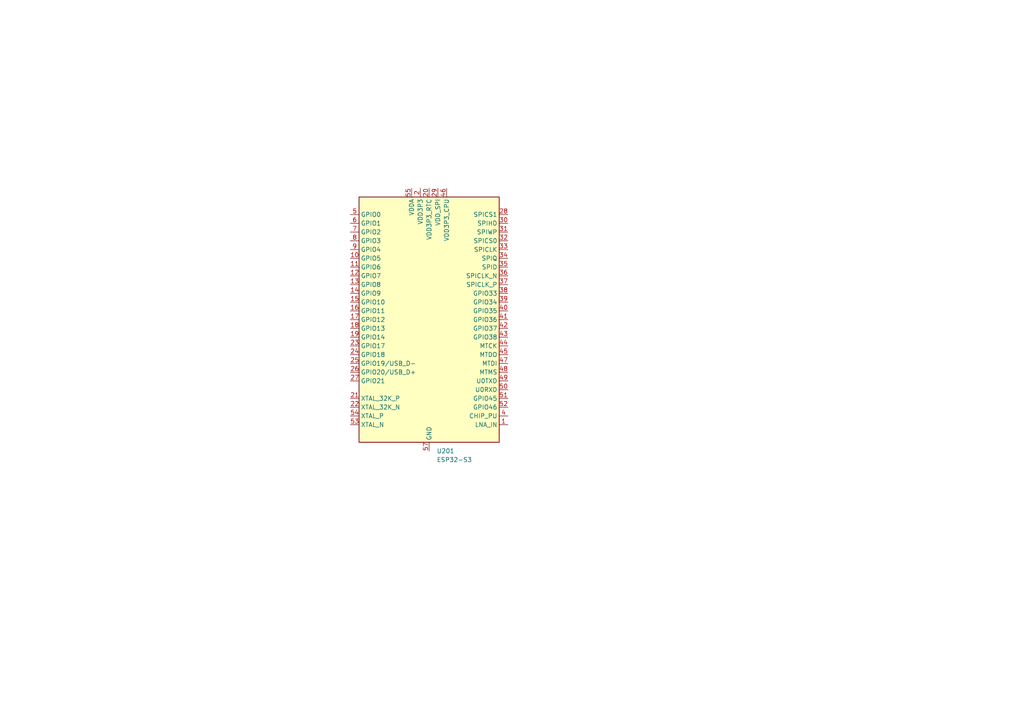
<source format=kicad_sch>
(kicad_sch (version 20231120) (generator "eeschema") (generator_version "8.0")
  (paper "A4")
  (lib_symbols
    (symbol "MCU_Espressif:ESP32-S3"
      (property "Reference" "U" (at 10.16 -38.1 0))
      (property "Value" "ESP32-S3" (at 13.97 -40.64 0))
      (symbol "ESP32-S3_0_1"
        (rectangle (start -20.32 35.56) (end 20.32 -35.56) (stroke (width 0.254)) (fill (type background)))
      )
      (symbol "ESP32-S3_1_0"
        (pin bidirectional line (at 22.86 12.7 180) (length 2.54) (name "SPICLK_N") (number "36"))
        (pin bidirectional line (at 22.86 -10.16 180) (length 2.54) (name "MTDO") (number "45"))
        (pin bidirectional line (at 22.86 -22.86 180) (length 2.54) (name "GPIO45") (number "51"))
        (pin passive line (at -5.08 38.1 270) (length 2.54) hide (name "VDDA") (number "56"))
      )
      (symbol "ESP32-S3_1_1"
        (pin bidirectional line (at 22.86 -30.48 180) (length 2.54) (name "LNA_IN") (number "1"))
        (pin bidirectional line (at -22.86 17.78 0) (length 2.54) (name "GPIO5") (number "10"))
        (pin bidirectional line (at -22.86 15.24 0) (length 2.54) (name "GPIO6") (number "11"))
        (pin bidirectional line (at -22.86 12.7 0) (length 2.54) (name "GPIO7") (number "12"))
        (pin bidirectional line (at -22.86 10.16 0) (length 2.54) (name "GPIO8") (number "13"))
        (pin bidirectional line (at -22.86 7.62 0) (length 2.54) (name "GPIO9") (number "14"))
        (pin bidirectional line (at -22.86 5.08 0) (length 2.54) (name "GPIO10") (number "15"))
        (pin bidirectional line (at -22.86 2.54 0) (length 2.54) (name "GPIO11") (number "16"))
        (pin bidirectional line (at -22.86 0 0) (length 2.54) (name "GPIO12") (number "17"))
        (pin bidirectional line (at -22.86 -2.54 0) (length 2.54) (name "GPIO13") (number "18"))
        (pin bidirectional line (at -22.86 -5.08 0) (length 2.54) (name "GPIO14") (number "19"))
        (pin power_in line (at -2.54 38.1 270) (length 2.54) (name "VDD3P3") (number "2"))
        (pin power_in line (at 0 38.1 270) (length 2.54) (name "VDD3P3_RTC") (number "20"))
        (pin passive line (at -22.86 -22.86 0) (length 2.54) (name "XTAL_32K_P") (number "21"))
        (pin passive line (at -22.86 -25.4 0) (length 2.54) (name "XTAL_32K_N") (number "22"))
        (pin bidirectional line (at -22.86 -7.62 0) (length 2.54) (name "GPIO17") (number "23"))
        (pin bidirectional line (at -22.86 -10.16 0) (length 2.54) (name "GPIO18") (number "24"))
        (pin bidirectional line (at -22.86 -12.7 0) (length 2.54) (name "GPIO19/USB_D-") (number "25"))
        (pin bidirectional line (at -22.86 -15.24 0) (length 2.54) (name "GPIO20/USB_D+") (number "26"))
        (pin bidirectional line (at -22.86 -17.78 0) (length 2.54) (name "GPIO21") (number "27"))
        (pin bidirectional line (at 22.86 30.48 180) (length 2.54) (name "SPICS1") (number "28"))
        (pin power_in line (at 2.54 38.1 270) (length 2.54) (name "VDD_SPI") (number "29"))
        (pin passive line (at -2.54 38.1 270) (length 2.54) hide (name "VDD3P3") (number "3"))
        (pin bidirectional line (at 22.86 27.94 180) (length 2.54) (name "SPIHD") (number "30"))
        (pin bidirectional line (at 22.86 25.4 180) (length 2.54) (name "SPIWP") (number "31"))
        (pin bidirectional line (at 22.86 22.86 180) (length 2.54) (name "SPICS0") (number "32"))
        (pin bidirectional line (at 22.86 20.32 180) (length 2.54) (name "SPICLK") (number "33"))
        (pin bidirectional line (at 22.86 17.78 180) (length 2.54) (name "SPIQ") (number "34"))
        (pin bidirectional line (at 22.86 15.24 180) (length 2.54) (name "SPID") (number "35"))
        (pin bidirectional line (at 22.86 10.16 180) (length 2.54) (name "SPICLK_P") (number "37"))
        (pin bidirectional line (at 22.86 7.62 180) (length 2.54) (name "GPIO33") (number "38"))
        (pin bidirectional line (at 22.86 5.08 180) (length 2.54) (name "GPIO34") (number "39"))
        (pin input line (at 22.86 -27.94 180) (length 2.54) (name "CHIP_PU") (number "4"))
        (pin bidirectional line (at 22.86 2.54 180) (length 2.54) (name "GPIO35") (number "40"))
        (pin bidirectional line (at 22.86 0 180) (length 2.54) (name "GPIO36") (number "41"))
        (pin bidirectional line (at 22.86 -2.54 180) (length 2.54) (name "GPIO37") (number "42"))
        (pin bidirectional line (at 22.86 -5.08 180) (length 2.54) (name "GPIO38") (number "43"))
        (pin bidirectional line (at 22.86 -7.62 180) (length 2.54) (name "MTCK") (number "44"))
        (pin power_in line (at 5.08 38.1 270) (length 2.54) (name "VDD3P3_CPU") (number "46"))
        (pin bidirectional line (at 22.86 -12.7 180) (length 2.54) (name "MTDI") (number "47"))
        (pin bidirectional line (at 22.86 -15.24 180) (length 2.54) (name "MTMS") (number "48"))
        (pin bidirectional line (at 22.86 -17.78 180) (length 2.54) (name "U0TXD") (number "49"))
        (pin bidirectional line (at -22.86 30.48 0) (length 2.54) (name "GPIO0") (number "5"))
        (pin bidirectional line (at 22.86 -20.32 180) (length 2.54) (name "U0RXD") (number "50"))
        (pin bidirectional line (at 22.86 -25.4 180) (length 2.54) (name "GPIO46") (number "52"))
        (pin output line (at -22.86 -30.48 0) (length 2.54) (name "XTAL_N") (number "53"))
        (pin input line (at -22.86 -27.94 0) (length 2.54) (name "XTAL_P") (number "54"))
        (pin power_in line (at -5.08 38.1 270) (length 2.54) (name "VDDA") (number "55"))
        (pin power_in line (at 0 -38.1 90) (length 2.54) (name "GND") (number "57"))
        (pin bidirectional line (at -22.86 27.94 0) (length 2.54) (name "GPIO1") (number "6"))
        (pin bidirectional line (at -22.86 25.4 0) (length 2.54) (name "GPIO2") (number "7"))
        (pin bidirectional line (at -22.86 22.86 0) (length 2.54) (name "GPIO3") (number "8"))
        (pin bidirectional line (at -22.86 20.32 0) (length 2.54) (name "GPIO4") (number "9"))
      )
    )
  )
  (symbol (lib_id "MCU_Espressif:ESP32-S3") (at 124.46 92.71 0) (unit 1)
    (property "Reference" "U201" (at 126.6541 130.81 0) (effects (justify left)))
    (property "Value" "ESP32-S3" (at 126.6541 133.35 0) (effects (justify left)))
    (property "Footprint" "Package_DFN_QFN:QFN-56-1EP_7x7mm_P0.4mm_EP4x4mm" (effects (hide yes)))
    (property "Datasheet" "https://www.espressif.com/sites/default/files/documentation/esp32-s3_datasheet_en.pdf" (effects (hide yes)))
    (property "Description" "Microcontroller, Wi-Fi 802.11b/g/n, Bluetooth, 32bit" (effects (hide yes)))
  )
)
</source>
